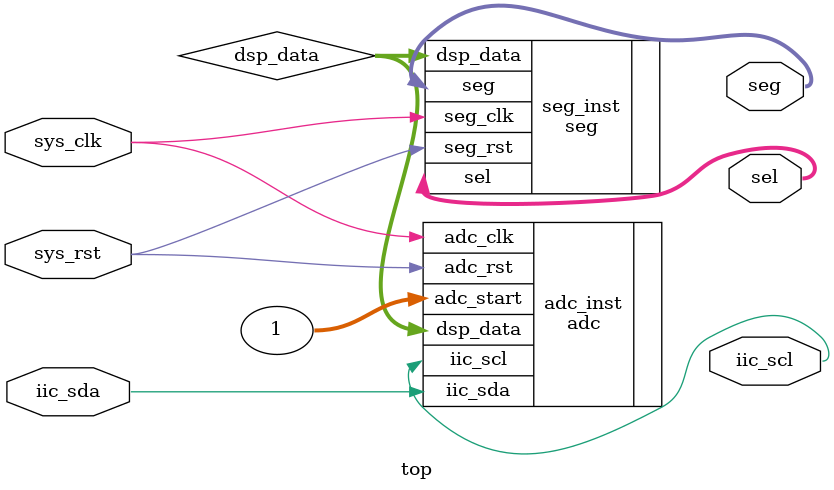
<source format=v>
module top(
    input  wire                         sys_clk               ,
    input  wire                         sys_rst               ,

    output wire        [   7: 0]        seg                   ,
    output wire        [   7: 0]        sel                   ,

    output wire                         iic_scl               ,
    inout  wire                         iic_sda                         
);

wire               [  31: 0]            dsp_data              ;

//ADC驱动模块
adc#(
    .SYS_CLK                          (28'd50_000_000         ),
    .ADC_SCL                          (28'd100_000            ),
    .DEVICE_ADDR                      (7'b1010_100            ) 
)
adc_inst(
    .adc_clk                          (sys_clk                ),
    .adc_rst                          (sys_rst                ),
    .adc_start                        ('d1                    ),// 开启读取ADC操作 强制置1就一直读
    .dsp_data                         (dsp_data               ),// 从ADC读出的数据转换给 数码显示用的数据
    .iic_scl                          (iic_scl                ),
    .iic_sda                          (iic_sda                ) 
);

//数码管显示模块
seg seg_inst(
    .seg_clk                          (sys_clk               ),
    .seg_rst                          (sys_rst               ),
    .dsp_data                         (dsp_data              ),
    .seg                              (seg                   ),
    .sel                              (sel                   ) 
);

endmodule

</source>
